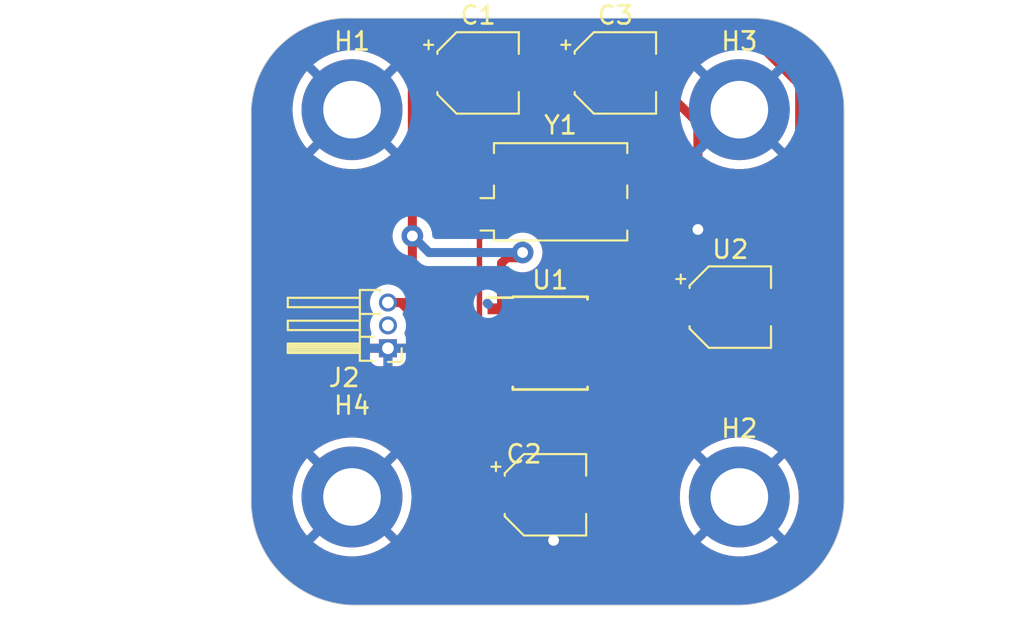
<source format=kicad_pcb>
(kicad_pcb (version 20221018) (generator pcbnew)
  (layers (0 "F.Cu" signal) (31 "B.Cu" signal) (34 "B.Paste" user) (35 "F.Paste" user) (36 "B.SilkS" user "B.Silkscreen") (37 "F.SilkS" user "F.Silkscreen") (38 "B.Mask" user) (39 "F.Mask" user) (44 "Edge.Cuts" user))
  (net 0 "")
  (net 1 "Q_IN")
  (net 2 "GND")
  (net 3 "Q_OUT")
  (net 4 "+3.3V")
  (net 5 "RXIR")
  (net 7 "UART_RX")
  (footprint "Capacitor_SMD:CP_Elec_4x5.4" (layer "F.Cu") (at 134.62 64)
    (fp_text reference "C3" (at 0 -3.2) (layer "F.SilkS"))
    (fp_text value "20 pF")
    (fp_line (start -3 -1.56) (end -2.5 -1.56) (stroke (width 0.12)) (layer "F.SilkS"))
    (fp_line (start -2.75 -1.81) (end -2.75 -1.31) (stroke (width 0.12)) (layer "F.SilkS"))
    (fp_line (start -2.26 -1.195563) (end -2.26 -1.06) (stroke (width 0.12)) (layer "F.SilkS"))
    (fp_line (start -2.26 -1.195563) (end -1.195563 -2.26) (stroke (width 0.12)) (layer "F.SilkS"))
    (fp_line (start -2.26 1.195563) (end -2.26 1.06) (stroke (width 0.12)) (layer "F.SilkS"))
    (fp_line (start -2.26 1.195563) (end -1.195563 2.26) (stroke (width 0.12)) (layer "F.SilkS"))
    (fp_line (start -1.195563 -2.26) (end 2.26 -2.26) (stroke (width 0.12)) (layer "F.SilkS"))
    (fp_line (start -1.195563 2.26) (end 2.26 2.26) (stroke (width 0.12)) (layer "F.SilkS"))
    (fp_line (start 2.26 -2.26) (end 2.26 -1.06) (stroke (width 0.12)) (layer "F.SilkS"))
    (fp_line (start 2.26 2.26) (end 2.26 1.06) (stroke (width 0.12)) (layer "F.SilkS"))
    (pad "1" smd roundrect (at -1.8 0) (size 2.6 1.6) (layers "F.Cu" "F.Paste" "F.Mask") (roundrect_rratio 0.15625) (net 3 "Q_OUT"))
    (pad "2" smd roundrect (at 1.8 0) (size 2.6 1.6) (layers "F.Cu" "F.Paste" "F.Mask") (roundrect_rratio 0.15625) (net 2 "GND"))
  )
  (footprint "Package_SO:SOIC-8-N7_3.9x4.9mm_P1.27mm" (layer "F.Cu") (at 131 79)
    (fp_text reference "U1" (at 0 -3.5) (layer "F.SilkS"))
    (fp_text value "MCP2120-I/P")
    (fp_line (start -2.075 -2.575) (end -2.075 -2.525) (stroke (width 0.15)) (layer "F.SilkS"))
    (fp_line (start -2.075 -2.575) (end 2.075 -2.575) (stroke (width 0.15)) (layer "F.SilkS"))
    (fp_line (start -2.075 -2.525) (end -3.475 -2.525) (stroke (width 0.15)) (layer "F.SilkS"))
    (fp_line (start -2.075 2.575) (end -2.075 2.43) (stroke (width 0.15)) (layer "F.SilkS"))
    (fp_line (start -2.075 2.575) (end 2.075 2.575) (stroke (width 0.15)) (layer "F.SilkS"))
    (fp_line (start 2.075 -2.575) (end 2.075 -2.43) (stroke (width 0.15)) (layer "F.SilkS"))
    (fp_line (start 2.075 2.575) (end 2.075 2.43) (stroke (width 0.15)) (layer "F.SilkS"))
    (pad "1" smd rect (at -2.7 -1.905) (size 1.55 0.6) (layers "F.Cu" "F.Paste" "F.Mask") (net 4 "+3.3V"))
    (pad "2" smd rect (at -2.7 -0.635) (size 1.55 0.6) (layers "F.Cu" "F.Paste" "F.Mask") (net 1 "Q_IN"))
    (pad "3" smd rect (at -2.7 0.635) (size 1.55 0.6) (layers "F.Cu" "F.Paste" "F.Mask") (net 3 "Q_OUT"))
    (pad "4" smd rect (at -2.7 1.905) (size 1.55 0.6) (layers "F.Cu" "F.Paste" "F.Mask") (net 4 "+3.3V"))
    (pad "5" smd rect (at 2.7 1.905) (size 1.55 0.6) (layers "F.Cu" "F.Paste" "F.Mask") (net 5 "RXIR"))
    (pad "6" smd rect (at 2.7 0.635) (size 1.55 0.6) (layers "F.Cu" "F.Paste" "F.Mask"))
    (pad "8" smd rect (at 2.7 -1.905) (size 1.55 0.6) (layers "F.Cu" "F.Paste" "F.Mask") (net 2 "GND"))
  )
  (footprint "Crystal:Crystal_SMD_EuroQuartz_MQ-4Pin_7.0x5.0mm" (layer "F.Cu") (at 131.58 70.6)
    (fp_text reference "Y1" (at 0 -3.7) (layer "F.SilkS"))
    (fp_text value "ABLS-7.3728MHz-20-B-3-H-T")
    (fp_line (start -4.45 0.35) (end -3.7 0.35) (stroke (width 0.12)) (layer "F.SilkS"))
    (fp_line (start -4.45 2.15) (end -3.7 2.15) (stroke (width 0.12)) (layer "F.SilkS"))
    (fp_line (start -3.7 -2.7) (end 3.7 -2.7) (stroke (width 0.12)) (layer "F.SilkS"))
    (fp_line (start -3.7 -2.15) (end -3.7 -2.7) (stroke (width 0.12)) (layer "F.SilkS"))
    (fp_line (start -3.7 0.35) (end -3.7 -0.35) (stroke (width 0.12)) (layer "F.SilkS"))
    (fp_line (start -3.7 2.15) (end -3.7 2.7) (stroke (width 0.12)) (layer "F.SilkS"))
    (fp_line (start -3.7 2.7) (end 3.7 2.7) (stroke (width 0.12)) (layer "F.SilkS"))
    (fp_line (start 3.7 -2.7) (end 3.7 -2.15) (stroke (width 0.12)) (layer "F.SilkS"))
    (fp_line (start 3.7 -0.35) (end 3.7 0.35) (stroke (width 0.12)) (layer "F.SilkS"))
    (fp_line (start 3.7 2.7) (end 3.7 2.15) (stroke (width 0.12)) (layer "F.SilkS"))
    (pad "1" smd rect (at -3.15 1.25) (size 2.2 1.4) (layers "F.Cu" "F.Paste" "F.Mask") (net 1 "Q_IN"))
    (pad "2" smd rect (at 3.15 1.25) (size 2.2 1.4) (layers "F.Cu" "F.Paste" "F.Mask") (net 3 "Q_OUT"))
    (pad "3" smd rect (at 3.15 -1.25) (size 2.2 1.4) (layers "F.Cu" "F.Paste" "F.Mask"))
    (pad "4" smd rect (at -3.15 -1.25) (size 2.2 1.4) (layers "F.Cu" "F.Paste" "F.Mask"))
  )
  (footprint "MountingHole:MountingHole_3.2mm_M3_DIN965_Pad" (layer "F.Cu") (at 120 66.04)
    (fp_text reference "H1" (at 0 -3.8) (layer "F.SilkS"))
    (fp_text value "Mounting Hole 1")
    (pad "1" thru_hole circle (at 0 0) (size 5.6 5.6) (drill 3.2) (layers "*.Cu" "*.Mask") (net 2 "GND"))
  )
  (footprint "MountingHole:MountingHole_3.2mm_M3_DIN965_Pad" (layer "F.Cu") (at 141.5 87.54)
    (fp_text reference "H2" (at 0 -3.8) (layer "F.SilkS"))
    (fp_text value "Mounting Hole 2")
    (pad "1" thru_hole circle (at 0 0) (size 5.6 5.6) (drill 3.2) (layers "*.Cu" "*.Mask") (net 2 "GND"))
  )
  (footprint "Capacitor_SMD:CP_Elec_4x5.4" (layer "F.Cu") (at 127 64)
    (fp_text reference "C1" (at 0 -3.2) (layer "F.SilkS"))
    (fp_text value "20 pF")
    (fp_line (start -3 -1.56) (end -2.5 -1.56) (stroke (width 0.12)) (layer "F.SilkS"))
    (fp_line (start -2.75 -1.81) (end -2.75 -1.31) (stroke (width 0.12)) (layer "F.SilkS"))
    (fp_line (start -2.26 -1.195563) (end -2.26 -1.06) (stroke (width 0.12)) (layer "F.SilkS"))
    (fp_line (start -2.26 -1.195563) (end -1.195563 -2.26) (stroke (width 0.12)) (layer "F.SilkS"))
    (fp_line (start -2.26 1.195563) (end -2.26 1.06) (stroke (width 0.12)) (layer "F.SilkS"))
    (fp_line (start -2.26 1.195563) (end -1.195563 2.26) (stroke (width 0.12)) (layer "F.SilkS"))
    (fp_line (start -1.195563 -2.26) (end 2.26 -2.26) (stroke (width 0.12)) (layer "F.SilkS"))
    (fp_line (start -1.195563 2.26) (end 2.26 2.26) (stroke (width 0.12)) (layer "F.SilkS"))
    (fp_line (start 2.26 -2.26) (end 2.26 -1.06) (stroke (width 0.12)) (layer "F.SilkS"))
    (fp_line (start 2.26 2.26) (end 2.26 1.06) (stroke (width 0.12)) (layer "F.SilkS"))
    (pad "1" smd roundrect (at -1.8 0) (size 2.6 1.6) (layers "F.Cu" "F.Paste" "F.Mask") (roundrect_rratio 0.15625) (net 1 "Q_IN"))
    (pad "2" smd roundrect (at 1.8 0) (size 2.6 1.6) (layers "F.Cu" "F.Paste" "F.Mask") (roundrect_rratio 0.15625) (net 2 "GND"))
  )
  (footprint "Capacitor_SMD:CP_Elec_4x5.4" (layer "F.Cu") (at 130.74 87.42)
    (fp_text reference "C2" (at -1.195563 -2.26) (layer "F.SilkS"))
    (fp_text value "100 nF")
    (fp_line (start -3 -1.56) (end -2.5 -1.56) (stroke (width 0.12)) (layer "F.SilkS"))
    (fp_line (start -2.75 -1.81) (end -2.75 -1.31) (stroke (width 0.12)) (layer "F.SilkS"))
    (fp_line (start -2.26 -1.195563) (end -2.26 -1.06) (stroke (width 0.12)) (layer "F.SilkS"))
    (fp_line (start -2.26 -1.195563) (end -1.195563 -2.26) (stroke (width 0.12)) (layer "F.SilkS"))
    (fp_line (start -2.26 1.195563) (end -2.26 1.06) (stroke (width 0.12)) (layer "F.SilkS"))
    (fp_line (start -2.26 1.195563) (end -1.195563 2.26) (stroke (width 0.12)) (layer "F.SilkS"))
    (fp_line (start -1.195563 -2.26) (end 2.26 -2.26) (stroke (width 0.12)) (layer "F.SilkS"))
    (fp_line (start -1.195563 2.26) (end 2.26 2.26) (stroke (width 0.12)) (layer "F.SilkS"))
    (fp_line (start 2.26 -2.26) (end 2.26 -1.06) (stroke (width 0.12)) (layer "F.SilkS"))
    (fp_line (start 2.26 2.26) (end 2.26 1.06) (stroke (width 0.12)) (layer "F.SilkS"))
    (pad "1" smd roundrect (at -1.8 0) (size 2.6 1.6) (layers "F.Cu" "F.Paste" "F.Mask") (roundrect_rratio 0.15625) (net 4 "+3.3V"))
    (pad "2" smd roundrect (at 1.8 0) (size 2.6 1.6) (layers "F.Cu" "F.Paste" "F.Mask") (roundrect_rratio 0.15625) (net 2 "GND"))
  )
  (footprint "MountingHole:MountingHole_3.2mm_M3_DIN965_Pad" (layer "F.Cu") (at 141.5 66.04)
    (fp_text reference "H3" (at 0 -3.8) (layer "F.SilkS"))
    (fp_text value "Mounting Hole 3")
    (pad "1" thru_hole circle (at 0 0) (size 5.6 5.6) (drill 3.2) (layers "*.Cu" "*.Mask") (net 2 "GND"))
  )
  (footprint "MountingHole:MountingHole_3.2mm_M3_DIN965_Pad" (layer "F.Cu") (at 120 87.54)
    (fp_text reference "H4" (at 0 -5.08) (layer "F.SilkS"))
    (fp_text value "Mounting Hole 4")
    (pad "1" thru_hole circle (at 0 0) (size 5.6 5.6) (drill 3.2) (layers "*.Cu" "*.Mask") (net 2 "GND"))
  )
  (footprint "Capacitor_SMD:CP_Elec_4x5.4" (layer "F.Cu") (at 141 77)
    (fp_text reference "U2" (at 0 -3.2) (layer "F.SilkS"))
    (fp_text value "TSOP75338WTT")
    (fp_line (start -3 -1.56) (end -2.5 -1.56) (stroke (width 0.12)) (layer "F.SilkS"))
    (fp_line (start -2.75 -1.81) (end -2.75 -1.31) (stroke (width 0.12)) (layer "F.SilkS"))
    (fp_line (start -2.26 -1.195563) (end -2.26 -1.06) (stroke (width 0.12)) (layer "F.SilkS"))
    (fp_line (start -2.26 -1.195563) (end -1.195563 -2.26) (stroke (width 0.12)) (layer "F.SilkS"))
    (fp_line (start -2.26 1.195563) (end -2.26 1.06) (stroke (width 0.12)) (layer "F.SilkS"))
    (fp_line (start -2.26 1.195563) (end -1.195563 2.26) (stroke (width 0.12)) (layer "F.SilkS"))
    (fp_line (start -1.195563 -2.26) (end 2.26 -2.26) (stroke (width 0.12)) (layer "F.SilkS"))
    (fp_line (start -1.195563 2.26) (end 2.26 2.26) (stroke (width 0.12)) (layer "F.SilkS"))
    (fp_line (start 2.26 -2.26) (end 2.26 -1.06) (stroke (width 0.12)) (layer "F.SilkS"))
    (fp_line (start 2.26 2.26) (end 2.26 1.06) (stroke (width 0.12)) (layer "F.SilkS"))
    (pad "1" smd roundrect (at -1.8 0) (size 2.6 1.6) (layers "F.Cu" "F.Paste" "F.Mask") (roundrect_rratio 0.15625) (net 2 "GND"))
    (pad "2" smd roundrect (at 1.8 0) (size 2.6 1.6) (layers "F.Cu" "F.Paste" "F.Mask") (roundrect_rratio 0.15625) (net 4 "+3.3V"))
  )
  (footprint "Connector_PinHeader_1.27mm:PinHeader_1x03_P1.27mm_Horizontal" (layer "F.Cu") (at 121.995 79.285 180)
    (fp_text reference "J2" (at 2.4325 -1.635) (layer "F.SilkS"))
    (fp_text value "Conn_01x03")
    (fp_line (start -0.76 -0.76) (end 0 -0.76) (stroke (width 0.12)) (layer "F.SilkS"))
    (fp_line (start -0.76 0) (end -0.76 -0.76) (stroke (width 0.12)) (layer "F.SilkS"))
    (fp_line (start 0.44 1.889677) (end 0.44 1.920323) (stroke (width 0.12)) (layer "F.SilkS"))
    (fp_line (start 0.44 1.905) (end 1.56 1.905) (stroke (width 0.12)) (layer "F.SilkS"))
    (fp_line (start 0.44 3.235) (end 0.44 3.159677) (stroke (width 0.12)) (layer "F.SilkS"))
    (fp_line (start 0.76 -0.695) (end 1.56 -0.695) (stroke (width 0.12)) (layer "F.SilkS"))
    (fp_line (start 0.76 0.635) (end 1.56 0.635) (stroke (width 0.12)) (layer "F.SilkS"))
    (fp_line (start 1.56 -0.695) (end 1.56 3.235) (stroke (width 0.12)) (layer "F.SilkS"))
    (fp_line (start 1.56 -0.26) (end 5.56 -0.26) (stroke (width 0.12)) (layer "F.SilkS"))
    (fp_line (start 1.56 -0.2) (end 5.56 -0.2) (stroke (width 0.12)) (layer "F.SilkS"))
    (fp_line (start 1.56 -0.08) (end 5.56 -0.08) (stroke (width 0.12)) (layer "F.SilkS"))
    (fp_line (start 1.56 0.04) (end 5.56 0.04) (stroke (width 0.12)) (layer "F.SilkS"))
    (fp_line (start 1.56 0.16) (end 5.56 0.16) (stroke (width 0.12)) (layer "F.SilkS"))
    (fp_line (start 1.56 1.01) (end 5.56 1.01) (stroke (width 0.12)) (layer "F.SilkS"))
    (fp_line (start 1.56 2.28) (end 5.56 2.28) (stroke (width 0.12)) (layer "F.SilkS"))
    (fp_line (start 1.56 3.235) (end 0.44 3.235) (stroke (width 0.12)) (layer "F.SilkS"))
    (fp_line (start 5.56 -0.26) (end 5.56 0.26) (stroke (width 0.12)) (layer "F.SilkS"))
    (fp_line (start 5.56 0.26) (end 1.56 0.26) (stroke (width 0.12)) (layer "F.SilkS"))
    (fp_line (start 5.56 1.01) (end 5.56 1.53) (stroke (width 0.12)) (layer "F.SilkS"))
    (fp_line (start 5.56 1.53) (end 1.56 1.53) (stroke (width 0.12)) (layer "F.SilkS"))
    (fp_line (start 5.56 2.28) (end 5.56 2.8) (stroke (width 0.12)) (layer "F.SilkS"))
    (fp_line (start 5.56 2.8) (end 1.56 2.8) (stroke (width 0.12)) (layer "F.SilkS"))
    (pad "1" thru_hole rect (at 0 0 180) (size 1 1) (drill 0.65) (layers "*.Cu" "*.Mask") (net 2 "GND"))
    (pad "2" thru_hole oval (at 0 1.27 180) (size 1 1) (drill 0.65) (layers "*.Cu" "*.Mask") (net 7 "UART_RX"))
    (pad "3" thru_hole oval (at 0 2.54 180) (size 1 1) (drill 0.65) (layers "*.Cu" "*.Mask") (net 4 "+3.3V"))
  )
  (gr_line (start 114.4 66.04) (end 114.4 87.5) (stroke (width 0.05)) (layer "Edge.Cuts"))
  (gr_arc (start 142.24 60.96) (mid 145.832102 62.447898) (end 147.32 66.04) (stroke (width 0.05)) (layer "Edge.Cuts"))
  (gr_arc (start 147.32 87.411878) (mid 145.691247 91.682158) (end 141.52 93.55) (stroke (width 0.05)) (layer "Edge.Cuts"))
  (gr_line (start 142.24 60.96) (end 120 60.96) (stroke (width 0.05)) (layer "Edge.Cuts"))
  (gr_line (start 147.32 87.411878) (end 147.32 66.04) (stroke (width 0.05)) (layer "Edge.Cuts"))
  (gr_line (start 120 93.55) (end 141.52 93.55) (stroke (width 0.05)) (layer "Edge.Cuts"))
  (gr_arc (start 114.4 66.04) (mid 116.147897 62.340202) (end 120 60.96) (stroke (width 0.05)) (layer "Edge.Cuts"))
  (gr_arc (start 120 93.55) (mid 115.947004 91.684798) (end 114.4 87.5) (stroke (width 0.05)) (layer "Edge.Cuts"))
  (segment (start 128.3 78.365) (end 127.225 78.365) (width 0.3) (layer "F.Cu") (net 1))
  (segment (start 127.225 78.365) (end 127.075 78.215) (width 0.3) (layer "F.Cu") (net 1))
  (segment (start 127.075 78.215) (end 127.075 73.205) (width 0.3) (layer "F.Cu") (net 1))
  (segment (start 128.43 71.85) (end 125.2 68.62) (width 0.3) (layer "F.Cu") (net 1))
  (segment (start 125.2 68.62) (end 125.2 64) (width 0.3) (layer "F.Cu") (net 1))
  (segment (start 127.075 73.205) (end 128.43 71.85) (width 0.3) (layer "F.Cu") (net 1))
  (segment (start 139.2 77) (end 139.105 77.095) (width 0.5) (layer "F.Cu") (net 2))
  (segment (start 128.8 64) (end 130.15 62.65) (width 0.5) (layer "F.Cu") (net 2))
  (segment (start 139.2 77) (end 139.2 80.76) (width 0.5) (layer "F.Cu") (net 2))
  (segment (start 139.2 66.78) (end 139.2 72.69) (width 0.5) (layer "F.Cu") (net 2))
  (segment (start 136.42 64) (end 139.2 66.78) (width 0.5) (layer "F.Cu") (net 2))
  (segment (start 139.2 72.69) (end 139.2 77) (width 0.5) (layer "F.Cu") (net 2))
  (segment (start 128.738629 89.95) (end 131.19 89.95) (width 0.5) (layer "F.Cu") (net 2))
  (segment (start 135.07 62.65) (end 136.42 64) (width 0.5) (layer "F.Cu") (net 2))
  (segment (start 139.2 80.76) (end 132.54 87.42) (width 0.5) (layer "F.Cu") (net 2))
  (segment (start 121.995 83.206371) (end 128.738629 89.95) (width 0.5) (layer "F.Cu") (net 2))
  (segment (start 121.995 79.285) (end 121.995 83.206371) (width 0.5) (layer "F.Cu") (net 2))
  (segment (start 130.15 62.65) (end 135.07 62.65) (width 0.5) (layer "F.Cu") (net 2))
  (segment (start 139.105 77.095) (end 133.7 77.095) (width 0.5) (layer "F.Cu") (net 2))
  (via (at 139.2 72.69) (size 1.2) (drill 0.6) (layers "F.Cu" "B.Cu") (net 2))
  (via (at 131.19 89.95) (size 1.2) (drill 0.6) (layers "F.Cu" "B.Cu") (net 2))
  (segment (start 131.19 79.73) (end 138.23 72.69) (width 0.5) (layer "B.Cu") (net 2))
  (segment (start 138.23 72.69) (end 139.2 72.69) (width 0.5) (layer "B.Cu") (net 2))
  (segment (start 131.19 89.95) (end 131.19 79.73) (width 0.5) (layer "B.Cu") (net 2))
  (segment (start 134.73 71.85) (end 134.73 73.91) (width 0.3) (layer "F.Cu") (net 3))
  (segment (start 129.04 79.6) (end 127.45 79.6) (width 0.3) (layer "F.Cu") (net 3))
  (segment (start 136.28 67.46) (end 136.28 70.3) (width 0.3) (layer "F.Cu") (net 3))
  (segment (start 134.73 73.91) (end 129.04 79.6) (width 0.3) (layer "F.Cu") (net 3))
  (segment (start 132.82 64) (end 136.28 67.46) (width 0.3) (layer "F.Cu") (net 3))
  (segment (start 136.28 70.3) (end 134.73 71.85) (width 0.3) (layer "F.Cu") (net 3))
  (segment (start 122.702106 76.745) (end 128.94 82.982894) (width 0.5) (layer "F.Cu") (net 4))
  (segment (start 128.94 87.42) (end 128.3 86.78) (width 0.5) (layer "F.Cu") (net 4))
  (segment (start 128.3 74.56) (end 128.6 74.26) (width 0.5) (layer "F.Cu") (net 4))
  (segment (start 121.995 76.745) (end 122.702106 76.745) (width 0.5) (layer "F.Cu") (net 4))
  (segment (start 144.85 64.652384) (end 144.85 74.95) (width 0.5) (layer "F.Cu") (net 4))
  (segment (start 123.235 76.745) (end 123.35 76.63) (width 0.5) (layer "F.Cu") (net 4))
  (segment (start 142.047616 61.85) (end 144.85 64.652384) (width 0.5) (layer "F.Cu") (net 4))
  (segment (start 128.3 77.095) (end 128.3 74.56) (width 0.5) (layer "F.Cu") (net 4))
  (segment (start 123.35 76.63) (end 123.35 73.05) (width 0.5) (layer "F.Cu") (net 4))
  (segment (start 144.85 74.95) (end 142.8 77) (width 0.5) (layer "F.Cu") (net 4))
  (segment (start 123.35 73.05) (end 123.35 63.118629) (width 0.5) (layer "F.Cu") (net 4))
  (segment (start 123.225 76.785) (end 122.695 76.785) (width 0.5) (layer "F.Cu") (net 4))
  (segment (start 133.921371 88.77) (end 130.29 88.77) (width 0.5) (layer "F.Cu") (net 4))
  (segment (start 128.6 74.26) (end 129.18 74.26) (width 0.5) (layer "F.Cu") (net 4))
  (segment (start 142.8 79.891371) (end 133.921371 88.77) (width 0.5) (layer "F.Cu") (net 4))
  (segment (start 128.94 82.982894) (end 128.94 87.42) (width 0.5) (layer "F.Cu") (net 4))
  (segment (start 142.8 77) (end 142.8 79.891371) (width 0.5) (layer "F.Cu") (net 4))
  (segment (start 129.18 74.26) (end 129.47 73.97) (width 0.5) (layer "F.Cu") (net 4))
  (segment (start 130.29 88.77) (end 128.94 87.42) (width 0.5) (layer "F.Cu") (net 4))
  (segment (start 121.995 76.745) (end 123.235 76.745) (width 0.5) (layer "F.Cu") (net 4))
  (segment (start 124.618629 61.85) (end 142.047616 61.85) (width 0.5) (layer "F.Cu") (net 4))
  (segment (start 123.35 63.118629) (end 124.618629 61.85) (width 0.5) (layer "F.Cu") (net 4))
  (segment (start 128.3 86.78) (end 128.3 80.905) (width 0.5) (layer "F.Cu") (net 4))
  (via (at 123.35 73.05) (size 1.2) (drill 0.6) (layers "F.Cu" "B.Cu") (net 4))
  (via (at 129.47 73.97) (size 1.2) (drill 0.6) (layers "F.Cu" "B.Cu") (net 4))
  (segment (start 124.27 73.97) (end 123.35 73.05) (width 0.5) (layer "B.Cu") (net 4))
  (segment (start 129.47 73.97) (end 124.27 73.97) (width 0.5) (layer "B.Cu") (net 4))
  (segment (start 127.505 76.785) (end 127.57 76.85) (width 0.5) (layer "B.Cu") (net 4))
  (zone (net 2) (net_name "GND") (layer "F.Cu") (connect_pads (clearance 0.5)) (min_thickness 0.25) (fill yes (thermal_gap 0.5) (thermal_bridge_width 0.5))
    (polygon (pts (xy 113 60) (xy 149 60) (xy 149 95) (xy 113 95)))
  )
  (zone (net 2) (net_name "GND") (layer "B.Cu") (priority 1) (connect_pads (clearance 0.5)) (min_thickness 0.25) (fill yes (thermal_gap 0.5) (thermal_bridge_width 0.5))
    (polygon (pts (xy 113 60) (xy 149 60) (xy 149 95) (xy 113 95)))
  )
)
</source>
